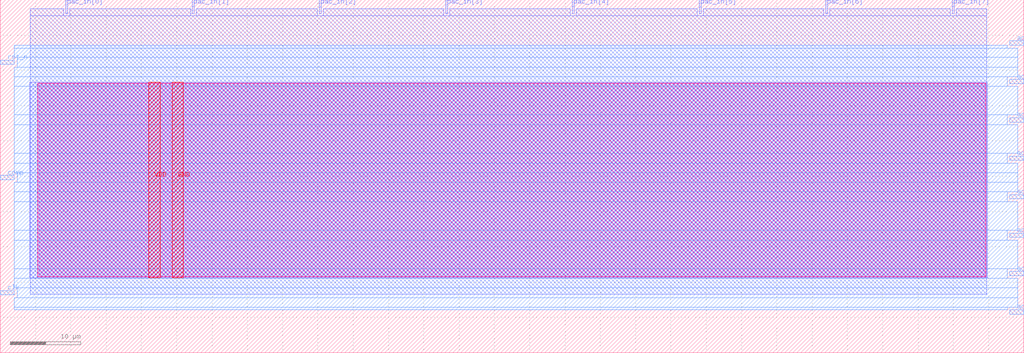
<source format=lef>
VERSION 5.7 ;
  NOWIREEXTENSIONATPIN ON ;
  DIVIDERCHAR "/" ;
  BUSBITCHARS "[]" ;
MACRO controller
  CLASS BLOCK ;
  FOREIGN controller ;
  ORIGIN 0.000 0.000 ;
  SIZE 145.000 BY 50.000 ;
  PIN GND
    DIRECTION INOUT ;
    USE GROUND ;
    PORT
      LAYER met4 ;
        RECT 24.340 10.640 25.940 38.320 ;
    END
  END GND
  PIN VDD
    DIRECTION INOUT ;
    USE POWER ;
    PORT
      LAYER met4 ;
        RECT 21.040 10.640 22.640 38.320 ;
    END
  END VDD
  PIN adc_out[0]
    DIRECTION OUTPUT ;
    USE SIGNAL ;
    ANTENNADIFFAREA 0.445500 ;
    PORT
      LAYER met3 ;
        RECT 143.000 5.480 145.000 6.080 ;
    END
  END adc_out[0]
  PIN adc_out[1]
    DIRECTION OUTPUT ;
    USE SIGNAL ;
    ANTENNADIFFAREA 0.445500 ;
    PORT
      LAYER met3 ;
        RECT 143.000 10.920 145.000 11.520 ;
    END
  END adc_out[1]
  PIN adc_out[2]
    DIRECTION OUTPUT ;
    USE SIGNAL ;
    ANTENNADIFFAREA 0.445500 ;
    PORT
      LAYER met3 ;
        RECT 143.000 16.360 145.000 16.960 ;
    END
  END adc_out[2]
  PIN adc_out[3]
    DIRECTION OUTPUT ;
    USE SIGNAL ;
    ANTENNADIFFAREA 0.445500 ;
    PORT
      LAYER met3 ;
        RECT 143.000 21.800 145.000 22.400 ;
    END
  END adc_out[3]
  PIN adc_out[4]
    DIRECTION OUTPUT ;
    USE SIGNAL ;
    ANTENNADIFFAREA 0.445500 ;
    PORT
      LAYER met3 ;
        RECT 143.000 27.240 145.000 27.840 ;
    END
  END adc_out[4]
  PIN adc_out[5]
    DIRECTION OUTPUT ;
    USE SIGNAL ;
    ANTENNADIFFAREA 0.445500 ;
    PORT
      LAYER met3 ;
        RECT 143.000 32.680 145.000 33.280 ;
    END
  END adc_out[5]
  PIN adc_out[6]
    DIRECTION OUTPUT ;
    USE SIGNAL ;
    ANTENNADIFFAREA 0.445500 ;
    PORT
      LAYER met3 ;
        RECT 143.000 38.120 145.000 38.720 ;
    END
  END adc_out[6]
  PIN adc_out[7]
    DIRECTION OUTPUT ;
    USE SIGNAL ;
    ANTENNADIFFAREA 0.445500 ;
    PORT
      LAYER met3 ;
        RECT 143.000 43.560 145.000 44.160 ;
    END
  END adc_out[7]
  PIN clk
    DIRECTION INPUT ;
    USE SIGNAL ;
    ANTENNAGATEAREA 0.852000 ;
    PORT
      LAYER met3 ;
        RECT 0.000 8.200 2.000 8.800 ;
    END
  END clk
  PIN comp
    DIRECTION INPUT ;
    USE SIGNAL ;
    ANTENNAGATEAREA 0.213000 ;
    PORT
      LAYER met3 ;
        RECT 0.000 24.520 2.000 25.120 ;
    END
  END comp
  PIN dac_in[0]
    DIRECTION OUTPUT ;
    USE SIGNAL ;
    ANTENNADIFFAREA 0.445500 ;
    PORT
      LAYER met2 ;
        RECT 9.290 48.000 9.570 50.000 ;
    END
  END dac_in[0]
  PIN dac_in[1]
    DIRECTION OUTPUT ;
    USE SIGNAL ;
    ANTENNADIFFAREA 0.445500 ;
    PORT
      LAYER met2 ;
        RECT 27.230 48.000 27.510 50.000 ;
    END
  END dac_in[1]
  PIN dac_in[2]
    DIRECTION OUTPUT ;
    USE SIGNAL ;
    ANTENNADIFFAREA 0.445500 ;
    PORT
      LAYER met2 ;
        RECT 45.170 48.000 45.450 50.000 ;
    END
  END dac_in[2]
  PIN dac_in[3]
    DIRECTION OUTPUT ;
    USE SIGNAL ;
    ANTENNADIFFAREA 0.445500 ;
    PORT
      LAYER met2 ;
        RECT 63.110 48.000 63.390 50.000 ;
    END
  END dac_in[3]
  PIN dac_in[4]
    DIRECTION OUTPUT ;
    USE SIGNAL ;
    ANTENNADIFFAREA 0.445500 ;
    PORT
      LAYER met2 ;
        RECT 81.050 48.000 81.330 50.000 ;
    END
  END dac_in[4]
  PIN dac_in[5]
    DIRECTION OUTPUT ;
    USE SIGNAL ;
    ANTENNADIFFAREA 0.445500 ;
    PORT
      LAYER met2 ;
        RECT 98.990 48.000 99.270 50.000 ;
    END
  END dac_in[5]
  PIN dac_in[6]
    DIRECTION OUTPUT ;
    USE SIGNAL ;
    ANTENNADIFFAREA 0.445500 ;
    PORT
      LAYER met2 ;
        RECT 116.930 48.000 117.210 50.000 ;
    END
  END dac_in[6]
  PIN dac_in[7]
    DIRECTION OUTPUT ;
    USE SIGNAL ;
    ANTENNADIFFAREA 0.445500 ;
    PORT
      LAYER met2 ;
        RECT 134.870 48.000 135.150 50.000 ;
    END
  END dac_in[7]
  PIN rst_n
    DIRECTION INPUT ;
    USE SIGNAL ;
    ANTENNAGATEAREA 0.213000 ;
    PORT
      LAYER met3 ;
        RECT 0.000 40.840 2.000 41.440 ;
    END
  END rst_n
  OBS
      LAYER nwell ;
        RECT 5.330 10.795 139.570 38.165 ;
      LAYER li1 ;
        RECT 5.520 10.795 139.380 38.165 ;
      LAYER met1 ;
        RECT 4.210 10.640 139.770 38.320 ;
      LAYER met2 ;
        RECT 4.230 47.720 9.010 48.690 ;
        RECT 9.850 47.720 26.950 48.690 ;
        RECT 27.790 47.720 44.890 48.690 ;
        RECT 45.730 47.720 62.830 48.690 ;
        RECT 63.670 47.720 80.770 48.690 ;
        RECT 81.610 47.720 98.710 48.690 ;
        RECT 99.550 47.720 116.650 48.690 ;
        RECT 117.490 47.720 134.590 48.690 ;
        RECT 135.430 47.720 139.750 48.690 ;
        RECT 4.230 8.315 139.750 47.720 ;
      LAYER met3 ;
        RECT 2.000 43.160 142.600 43.560 ;
        RECT 2.000 41.840 144.130 43.160 ;
        RECT 2.400 40.440 144.130 41.840 ;
        RECT 2.000 39.120 144.130 40.440 ;
        RECT 2.000 37.720 142.600 39.120 ;
        RECT 2.000 33.680 144.130 37.720 ;
        RECT 2.000 32.280 142.600 33.680 ;
        RECT 2.000 28.240 144.130 32.280 ;
        RECT 2.000 26.840 142.600 28.240 ;
        RECT 2.000 25.520 144.130 26.840 ;
        RECT 2.400 24.120 144.130 25.520 ;
        RECT 2.000 22.800 144.130 24.120 ;
        RECT 2.000 21.400 142.600 22.800 ;
        RECT 2.000 17.360 144.130 21.400 ;
        RECT 2.000 15.960 142.600 17.360 ;
        RECT 2.000 11.920 144.130 15.960 ;
        RECT 2.000 10.520 142.600 11.920 ;
        RECT 2.000 9.200 144.130 10.520 ;
        RECT 2.400 7.800 144.130 9.200 ;
        RECT 2.000 6.480 144.130 7.800 ;
        RECT 2.000 6.080 142.600 6.480 ;
  END
END controller
END LIBRARY


</source>
